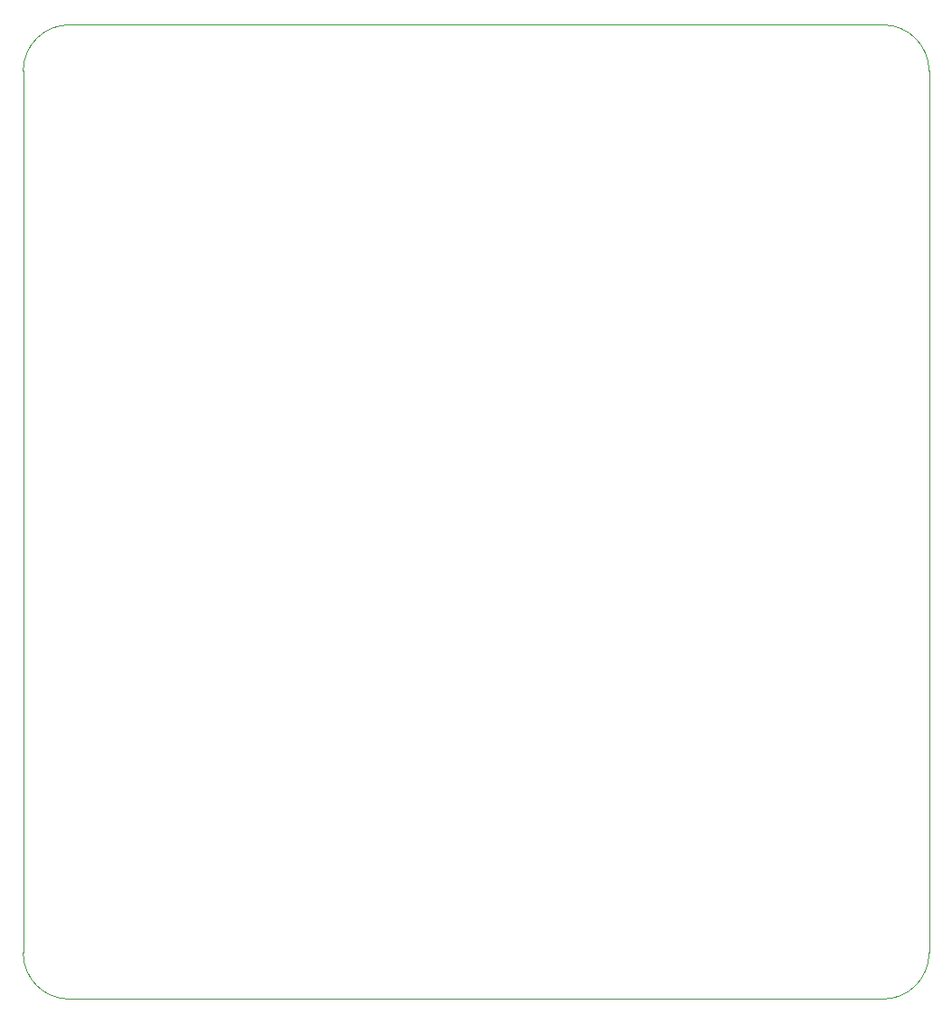
<source format=gbr>
%TF.GenerationSoftware,KiCad,Pcbnew,(6.0.9)*%
%TF.CreationDate,2025-06-16T13:19:02-07:00*%
%TF.ProjectId,STM32L4_breakout,53544d33-324c-4345-9f62-7265616b6f75,rev?*%
%TF.SameCoordinates,Original*%
%TF.FileFunction,Profile,NP*%
%FSLAX46Y46*%
G04 Gerber Fmt 4.6, Leading zero omitted, Abs format (unit mm)*
G04 Created by KiCad (PCBNEW (6.0.9)) date 2025-06-16 13:19:02*
%MOMM*%
%LPD*%
G01*
G04 APERTURE LIST*
%TA.AperFunction,Profile*%
%ADD10C,0.100000*%
%TD*%
G04 APERTURE END LIST*
D10*
X188664000Y-55359000D02*
X188664000Y-137909000D01*
X108146000Y-51041000D02*
G75*
G03*
X103828000Y-55359000I0J-4318000D01*
G01*
X184346000Y-51041000D02*
X108146000Y-51041000D01*
X184346000Y-142227000D02*
X108146000Y-142227000D01*
X103828000Y-137909000D02*
G75*
G03*
X108146000Y-142227000I4318000J0D01*
G01*
X184346000Y-142227000D02*
G75*
G03*
X188664000Y-137909000I0J4318000D01*
G01*
X188664000Y-55359000D02*
G75*
G03*
X184346000Y-51041000I-4318000J0D01*
G01*
X103828000Y-137909000D02*
X103828000Y-55359000D01*
M02*

</source>
